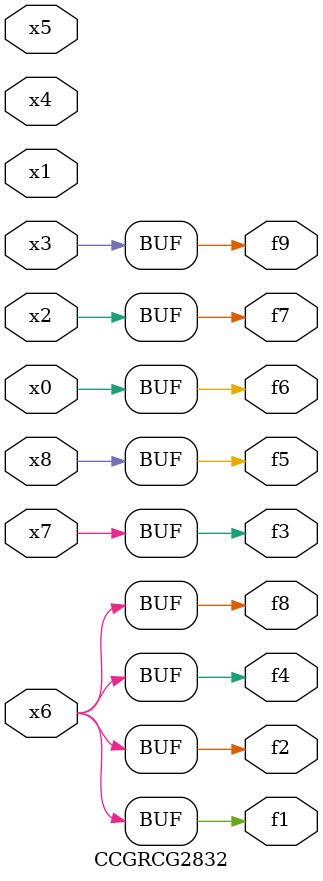
<source format=v>
module CCGRCG2832(
	input x0, x1, x2, x3, x4, x5, x6, x7, x8,
	output f1, f2, f3, f4, f5, f6, f7, f8, f9
);
	assign f1 = x6;
	assign f2 = x6;
	assign f3 = x7;
	assign f4 = x6;
	assign f5 = x8;
	assign f6 = x0;
	assign f7 = x2;
	assign f8 = x6;
	assign f9 = x3;
endmodule

</source>
